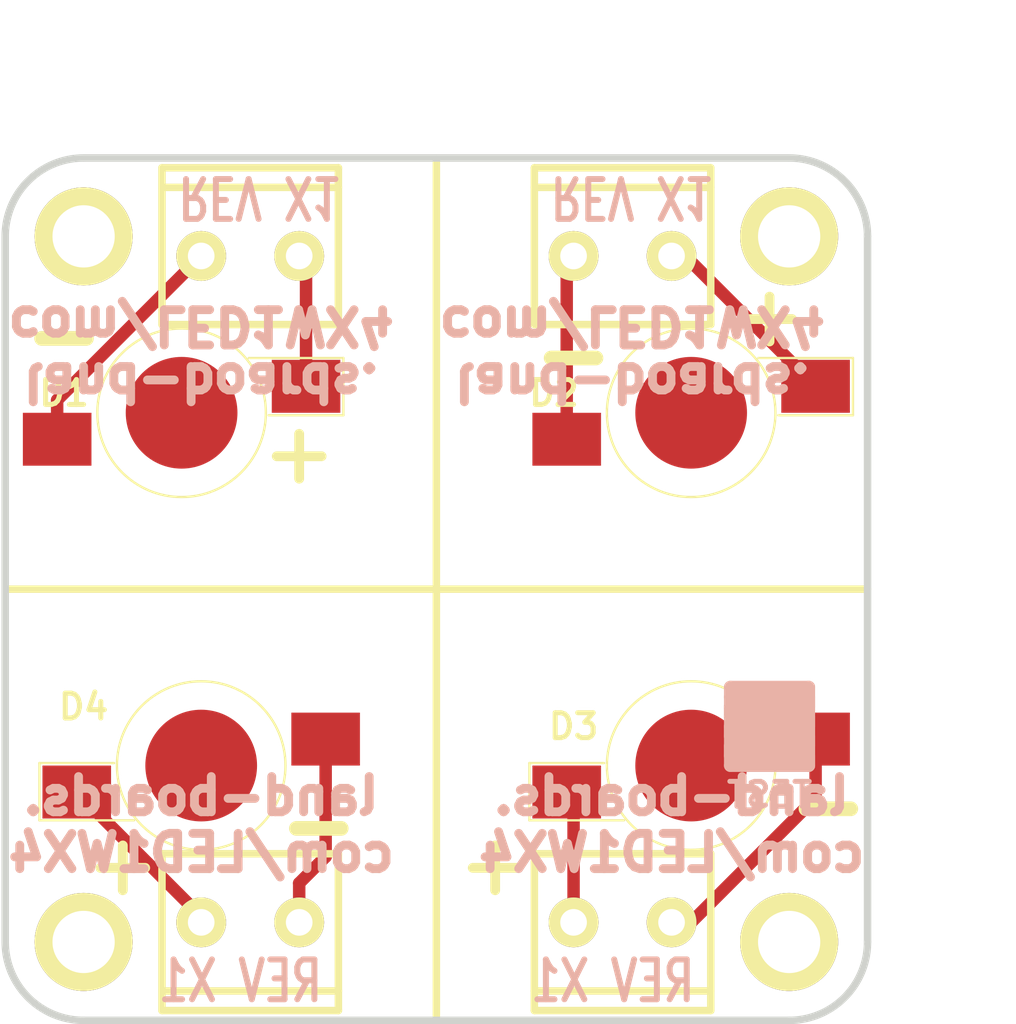
<source format=kicad_pcb>
(kicad_pcb (version 4) (host pcbnew 4.0.5)

  (general
    (links 8)
    (no_connects 0)
    (area 154.282858 72.7488 211.229602 125.207)
    (thickness 1.6002)
    (drawings 28)
    (tracks 18)
    (zones 0)
    (modules 13)
    (nets 9)
  )

  (page A4)
  (layers
    (0 Front signal)
    (31 Back signal)
    (36 B.SilkS user)
    (37 F.SilkS user)
    (38 B.Mask user)
    (39 F.Mask user)
    (40 Dwgs.User user)
    (41 Cmts.User user)
    (44 Edge.Cuts user)
  )

  (setup
    (last_trace_width 0.635)
    (user_trace_width 0.635)
    (trace_clearance 0.254)
    (zone_clearance 0.508)
    (zone_45_only no)
    (trace_min 0.2032)
    (segment_width 0.381)
    (edge_width 0.381)
    (via_size 0.889)
    (via_drill 0.635)
    (via_min_size 0.889)
    (via_min_drill 0.508)
    (uvia_size 0.508)
    (uvia_drill 0.127)
    (uvias_allowed no)
    (uvia_min_size 0.508)
    (uvia_min_drill 0.127)
    (pcb_text_width 0.3048)
    (pcb_text_size 1.524 2.032)
    (mod_edge_width 0.381)
    (mod_text_size 1.27 1.27)
    (mod_text_width 0.254)
    (pad_size 1.6764 1.6764)
    (pad_drill 0.8128)
    (pad_to_mask_clearance 0.254)
    (aux_axis_origin 0 0)
    (visible_elements 7FFFFF7F)
    (pcbplotparams
      (layerselection 0x010f0_80000001)
      (usegerberextensions false)
      (excludeedgelayer true)
      (linewidth 0.150000)
      (plotframeref false)
      (viasonmask false)
      (mode 1)
      (useauxorigin false)
      (hpglpennumber 1)
      (hpglpenspeed 20)
      (hpglpendiameter 15)
      (hpglpenoverlay 0)
      (psnegative false)
      (psa4output false)
      (plotreference true)
      (plotvalue false)
      (plotinvisibletext false)
      (padsonsilk false)
      (subtractmaskfromsilk false)
      (outputformat 1)
      (mirror false)
      (drillshape 0)
      (scaleselection 1)
      (outputdirectory plots/))
  )

  (net 0 "")
  (net 1 /GND1)
  (net 2 /VCC1)
  (net 3 /GND4)
  (net 4 /VCC4)
  (net 5 /GND3)
  (net 6 /VCC3)
  (net 7 /GND2)
  (net 8 /VCC2)

  (net_class Default "This is the default net class."
    (clearance 0.254)
    (trace_width 0.2032)
    (via_dia 0.889)
    (via_drill 0.635)
    (uvia_dia 0.508)
    (uvia_drill 0.127)
    (add_net /GND1)
    (add_net /GND2)
    (add_net /GND3)
    (add_net /GND4)
    (add_net /VCC1)
    (add_net /VCC2)
    (add_net /VCC3)
    (add_net /VCC4)
  )

  (module LED_1W_3W_R8 (layer Front) (tedit 58C577E6) (tstamp 58C4B47C)
    (at 164 93 180)
    (descr https://www.gme.cz/data/attachments/dsh.518-234.1.pdf)
    (tags "LED 1W 3W 5W")
    (path /58C59484)
    (attr smd)
    (fp_text reference D1 (at 6 1 180) (layer F.SilkS)
      (effects (font (size 1.27 1.27) (thickness 0.254)))
    )
    (fp_text value LED (at 0 5.08 180) (layer F.Fab) hide
      (effects (font (size 1 1) (thickness 0.15)))
    )
    (fp_text user %R (at 0 -2.54 180) (layer F.Fab)
      (effects (font (size 1 1) (thickness 0.15)))
    )
    (fp_line (start -2.54 0) (end -1.27 0) (layer F.Fab) (width 0.1))
    (fp_line (start -1.27 -1.27) (end -1.27 1.27) (layer F.Fab) (width 0.1))
    (fp_line (start 1.27 0) (end 2.54 0) (layer F.Fab) (width 0.1))
    (fp_line (start 1.27 1.27) (end 1.27 0) (layer F.Fab) (width 0.1))
    (fp_line (start -1.27 0) (end 1.27 1.27) (layer F.Fab) (width 0.1))
    (fp_line (start 1.27 -1.27) (end 1.27 1.27) (layer F.Fab) (width 0.1))
    (fp_line (start -1.27 0) (end 1.27 -1.27) (layer F.Fab) (width 0.1))
    (fp_arc (start 0 0) (end 4.59 0.45) (angle 131.3332206) (layer F.CrtYd) (width 0.05))
    (fp_arc (start 0 0) (end -4.59 -0.45) (angle 131.3332206) (layer F.CrtYd) (width 0.05))
    (fp_line (start 8.55 0.45) (end 4.59 0.45) (layer F.CrtYd) (width 0.05))
    (fp_line (start 8.55 -3.15) (end 8.55 0.45) (layer F.CrtYd) (width 0.05))
    (fp_line (start 3.37 -3.15) (end 8.55 -3.15) (layer F.CrtYd) (width 0.05))
    (fp_line (start -8.55 3.15) (end -3.37 3.15) (layer F.CrtYd) (width 0.05))
    (fp_line (start -8.55 -0.45) (end -8.55 3.15) (layer F.CrtYd) (width 0.05))
    (fp_line (start -4.59 -0.45) (end -8.55 -0.45) (layer F.CrtYd) (width 0.05))
    (fp_line (start -8.255 2.794) (end -3.429 2.794) (layer F.SilkS) (width 0.12))
    (fp_line (start -8.255 -0.127) (end -8.255 2.794) (layer F.SilkS) (width 0.12))
    (fp_line (start -4.445 -0.127) (end -8.255 -0.127) (layer F.SilkS) (width 0.12))
    (fp_circle (center 0 0) (end -4.3 0) (layer F.SilkS) (width 0.12))
    (fp_line (start 4.318 1.016) (end 5.334 1.016) (layer F.Fab) (width 0.1))
    (fp_line (start -5.334 -1.016) (end -4.318 -1.016) (layer F.Fab) (width 0.1))
    (fp_line (start 4.826 1.524) (end 4.826 0.508) (layer F.Fab) (width 0.1))
    (fp_circle (center 0 0) (end 4.025 0) (layer F.Fab) (width 0.1))
    (pad 2 smd rect (at 6.35 -1.35 180) (size 3.5 2.7) (layers Front F.Mask)
      (net 1 /GND1))
    (pad 1 smd rect (at -6.35 1.35 180) (size 3.5 2.7) (layers Front F.Mask)
      (net 2 /VCC1))
    (pad 3 smd circle (at 0 0 180) (size 5.7 5.7) (layers Front F.Mask))
    (model LEDs.3dshapes/LED_1W_3W_R8.wrl
      (at (xyz 0 0 0))
      (scale (xyz 1 1 1))
      (rotate (xyz 0 0 0))
    )
  )

  (module LandBoards_Marking:TEST_BLK-REAR (layer Front) (tedit 58C56C6F) (tstamp 58C56B88)
    (at 194 109 180)
    (path /58C5CD07)
    (fp_text reference TEST (at 0 -3.5 180) (layer B.SilkS)
      (effects (font (size 1.27 1.27) (thickness 0.254)) (justify mirror))
    )
    (fp_text value COUPON (at 0 4 180) (layer F.SilkS) hide
      (effects (font (thickness 0.3048)))
    )
    (fp_line (start -2 -2) (end 2 -2) (layer B.SilkS) (width 0.65))
    (fp_line (start 2 -2) (end 2 2) (layer B.SilkS) (width 0.65))
    (fp_line (start 2 2) (end -2 2) (layer B.SilkS) (width 0.65))
    (fp_line (start -2 2) (end -2 -2) (layer B.SilkS) (width 0.65))
    (fp_line (start -2 -2) (end -2 -1.5) (layer B.SilkS) (width 0.65))
    (fp_line (start -2 -1.5) (end 2 -1.5) (layer B.SilkS) (width 0.65))
    (fp_line (start 2 -1.5) (end 2 -1) (layer B.SilkS) (width 0.65))
    (fp_line (start 2 -1) (end -2 -1) (layer B.SilkS) (width 0.65))
    (fp_line (start -2 -1) (end -2 -0.5) (layer B.SilkS) (width 0.65))
    (fp_line (start -2 -0.5) (end 2 -0.5) (layer B.SilkS) (width 0.65))
    (fp_line (start 2 -0.5) (end 2 0) (layer B.SilkS) (width 0.65))
    (fp_line (start 2 0) (end -2 0) (layer B.SilkS) (width 0.65))
    (fp_line (start -2 0) (end -2 0.5) (layer B.SilkS) (width 0.65))
    (fp_line (start -2 0.5) (end 1.5 0.5) (layer B.SilkS) (width 0.65))
    (fp_line (start 1.5 0.5) (end 2 0.5) (layer B.SilkS) (width 0.65))
    (fp_line (start 2 0.5) (end 2 1) (layer B.SilkS) (width 0.65))
    (fp_line (start 2 1) (end -2 1) (layer B.SilkS) (width 0.65))
    (fp_line (start -2 1) (end -2 1.5) (layer B.SilkS) (width 0.65))
    (fp_line (start -2 1.5) (end 2 1.5) (layer B.SilkS) (width 0.65))
  )

  (module LED_1W_3W_R8 (layer Front) (tedit 58C5788A) (tstamp 58C5739D)
    (at 190 93 180)
    (descr https://www.gme.cz/data/attachments/dsh.518-234.1.pdf)
    (tags "LED 1W 3W 5W")
    (path /58C57639)
    (attr smd)
    (fp_text reference D2 (at 7 1 180) (layer F.SilkS)
      (effects (font (size 1.27 1.27) (thickness 0.254)))
    )
    (fp_text value LED (at 0 5.08 180) (layer F.Fab) hide
      (effects (font (size 1 1) (thickness 0.15)))
    )
    (fp_text user %R (at 0 -2.54 180) (layer F.Fab)
      (effects (font (size 1 1) (thickness 0.15)))
    )
    (fp_line (start -2.54 0) (end -1.27 0) (layer F.Fab) (width 0.1))
    (fp_line (start -1.27 -1.27) (end -1.27 1.27) (layer F.Fab) (width 0.1))
    (fp_line (start 1.27 0) (end 2.54 0) (layer F.Fab) (width 0.1))
    (fp_line (start 1.27 1.27) (end 1.27 0) (layer F.Fab) (width 0.1))
    (fp_line (start -1.27 0) (end 1.27 1.27) (layer F.Fab) (width 0.1))
    (fp_line (start 1.27 -1.27) (end 1.27 1.27) (layer F.Fab) (width 0.1))
    (fp_line (start -1.27 0) (end 1.27 -1.27) (layer F.Fab) (width 0.1))
    (fp_arc (start 0 0) (end 4.59 0.45) (angle 131.3332206) (layer F.CrtYd) (width 0.05))
    (fp_arc (start 0 0) (end -4.59 -0.45) (angle 131.3332206) (layer F.CrtYd) (width 0.05))
    (fp_line (start 8.55 0.45) (end 4.59 0.45) (layer F.CrtYd) (width 0.05))
    (fp_line (start 8.55 -3.15) (end 8.55 0.45) (layer F.CrtYd) (width 0.05))
    (fp_line (start 3.37 -3.15) (end 8.55 -3.15) (layer F.CrtYd) (width 0.05))
    (fp_line (start -8.55 3.15) (end -3.37 3.15) (layer F.CrtYd) (width 0.05))
    (fp_line (start -8.55 -0.45) (end -8.55 3.15) (layer F.CrtYd) (width 0.05))
    (fp_line (start -4.59 -0.45) (end -8.55 -0.45) (layer F.CrtYd) (width 0.05))
    (fp_line (start -8.255 2.794) (end -3.429 2.794) (layer F.SilkS) (width 0.12))
    (fp_line (start -8.255 -0.127) (end -8.255 2.794) (layer F.SilkS) (width 0.12))
    (fp_line (start -4.445 -0.127) (end -8.255 -0.127) (layer F.SilkS) (width 0.12))
    (fp_circle (center 0 0) (end -4.3 0) (layer F.SilkS) (width 0.12))
    (fp_line (start 4.318 1.016) (end 5.334 1.016) (layer F.Fab) (width 0.1))
    (fp_line (start -5.334 -1.016) (end -4.318 -1.016) (layer F.Fab) (width 0.1))
    (fp_line (start 4.826 1.524) (end 4.826 0.508) (layer F.Fab) (width 0.1))
    (fp_circle (center 0 0) (end 4.025 0) (layer F.Fab) (width 0.1))
    (pad 2 smd rect (at 6.35 -1.35 180) (size 3.5 2.7) (layers Front F.Mask)
      (net 3 /GND4))
    (pad 1 smd rect (at -6.35 1.35 180) (size 3.5 2.7) (layers Front F.Mask)
      (net 4 /VCC4))
    (pad 3 smd circle (at 0 0 180) (size 5.7 5.7) (layers Front F.Mask))
    (model LEDs.3dshapes/LED_1W_3W_R8.wrl
      (at (xyz 0 0 0))
      (scale (xyz 1 1 1))
      (rotate (xyz 0 0 0))
    )
  )

  (module LED_1W_3W_R8 (layer Front) (tedit 58C577D3) (tstamp 58C573BC)
    (at 190 111)
    (descr https://www.gme.cz/data/attachments/dsh.518-234.1.pdf)
    (tags "LED 1W 3W 5W")
    (path /58C57627)
    (attr smd)
    (fp_text reference D3 (at -6 -2) (layer F.SilkS)
      (effects (font (size 1.27 1.27) (thickness 0.254)))
    )
    (fp_text value LED (at 0 5.08) (layer F.Fab) hide
      (effects (font (size 1 1) (thickness 0.15)))
    )
    (fp_text user %R (at 0 -2.54) (layer F.Fab)
      (effects (font (size 1 1) (thickness 0.15)))
    )
    (fp_line (start -2.54 0) (end -1.27 0) (layer F.Fab) (width 0.1))
    (fp_line (start -1.27 -1.27) (end -1.27 1.27) (layer F.Fab) (width 0.1))
    (fp_line (start 1.27 0) (end 2.54 0) (layer F.Fab) (width 0.1))
    (fp_line (start 1.27 1.27) (end 1.27 0) (layer F.Fab) (width 0.1))
    (fp_line (start -1.27 0) (end 1.27 1.27) (layer F.Fab) (width 0.1))
    (fp_line (start 1.27 -1.27) (end 1.27 1.27) (layer F.Fab) (width 0.1))
    (fp_line (start -1.27 0) (end 1.27 -1.27) (layer F.Fab) (width 0.1))
    (fp_arc (start 0 0) (end 4.59 0.45) (angle 131.3332206) (layer F.CrtYd) (width 0.05))
    (fp_arc (start 0 0) (end -4.59 -0.45) (angle 131.3332206) (layer F.CrtYd) (width 0.05))
    (fp_line (start 8.55 0.45) (end 4.59 0.45) (layer F.CrtYd) (width 0.05))
    (fp_line (start 8.55 -3.15) (end 8.55 0.45) (layer F.CrtYd) (width 0.05))
    (fp_line (start 3.37 -3.15) (end 8.55 -3.15) (layer F.CrtYd) (width 0.05))
    (fp_line (start -8.55 3.15) (end -3.37 3.15) (layer F.CrtYd) (width 0.05))
    (fp_line (start -8.55 -0.45) (end -8.55 3.15) (layer F.CrtYd) (width 0.05))
    (fp_line (start -4.59 -0.45) (end -8.55 -0.45) (layer F.CrtYd) (width 0.05))
    (fp_line (start -8.255 2.794) (end -3.429 2.794) (layer F.SilkS) (width 0.12))
    (fp_line (start -8.255 -0.127) (end -8.255 2.794) (layer F.SilkS) (width 0.12))
    (fp_line (start -4.445 -0.127) (end -8.255 -0.127) (layer F.SilkS) (width 0.12))
    (fp_circle (center 0 0) (end -4.3 0) (layer F.SilkS) (width 0.12))
    (fp_line (start 4.318 1.016) (end 5.334 1.016) (layer F.Fab) (width 0.1))
    (fp_line (start -5.334 -1.016) (end -4.318 -1.016) (layer F.Fab) (width 0.1))
    (fp_line (start 4.826 1.524) (end 4.826 0.508) (layer F.Fab) (width 0.1))
    (fp_circle (center 0 0) (end 4.025 0) (layer F.Fab) (width 0.1))
    (pad 2 smd rect (at 6.35 -1.35) (size 3.5 2.7) (layers Front F.Mask)
      (net 5 /GND3))
    (pad 1 smd rect (at -6.35 1.35) (size 3.5 2.7) (layers Front F.Mask)
      (net 6 /VCC3))
    (pad 3 smd circle (at 0 0) (size 5.7 5.7) (layers Front F.Mask))
    (model LEDs.3dshapes/LED_1W_3W_R8.wrl
      (at (xyz 0 0 0))
      (scale (xyz 1 1 1))
      (rotate (xyz 0 0 0))
    )
  )

  (module LED_1W_3W_R8 (layer Front) (tedit 58C577D7) (tstamp 58C573DB)
    (at 165 111)
    (descr https://www.gme.cz/data/attachments/dsh.518-234.1.pdf)
    (tags "LED 1W 3W 5W")
    (path /58C5753F)
    (attr smd)
    (fp_text reference D4 (at -6 -3) (layer F.SilkS)
      (effects (font (size 1.27 1.27) (thickness 0.254)))
    )
    (fp_text value LED (at 0 5.08) (layer F.Fab) hide
      (effects (font (size 1 1) (thickness 0.15)))
    )
    (fp_text user %R (at 0 -2.54) (layer F.Fab)
      (effects (font (size 1 1) (thickness 0.15)))
    )
    (fp_line (start -2.54 0) (end -1.27 0) (layer F.Fab) (width 0.1))
    (fp_line (start -1.27 -1.27) (end -1.27 1.27) (layer F.Fab) (width 0.1))
    (fp_line (start 1.27 0) (end 2.54 0) (layer F.Fab) (width 0.1))
    (fp_line (start 1.27 1.27) (end 1.27 0) (layer F.Fab) (width 0.1))
    (fp_line (start -1.27 0) (end 1.27 1.27) (layer F.Fab) (width 0.1))
    (fp_line (start 1.27 -1.27) (end 1.27 1.27) (layer F.Fab) (width 0.1))
    (fp_line (start -1.27 0) (end 1.27 -1.27) (layer F.Fab) (width 0.1))
    (fp_arc (start 0 0) (end 4.59 0.45) (angle 131.3332206) (layer F.CrtYd) (width 0.05))
    (fp_arc (start 0 0) (end -4.59 -0.45) (angle 131.3332206) (layer F.CrtYd) (width 0.05))
    (fp_line (start 8.55 0.45) (end 4.59 0.45) (layer F.CrtYd) (width 0.05))
    (fp_line (start 8.55 -3.15) (end 8.55 0.45) (layer F.CrtYd) (width 0.05))
    (fp_line (start 3.37 -3.15) (end 8.55 -3.15) (layer F.CrtYd) (width 0.05))
    (fp_line (start -8.55 3.15) (end -3.37 3.15) (layer F.CrtYd) (width 0.05))
    (fp_line (start -8.55 -0.45) (end -8.55 3.15) (layer F.CrtYd) (width 0.05))
    (fp_line (start -4.59 -0.45) (end -8.55 -0.45) (layer F.CrtYd) (width 0.05))
    (fp_line (start -8.255 2.794) (end -3.429 2.794) (layer F.SilkS) (width 0.12))
    (fp_line (start -8.255 -0.127) (end -8.255 2.794) (layer F.SilkS) (width 0.12))
    (fp_line (start -4.445 -0.127) (end -8.255 -0.127) (layer F.SilkS) (width 0.12))
    (fp_circle (center 0 0) (end -4.3 0) (layer F.SilkS) (width 0.12))
    (fp_line (start 4.318 1.016) (end 5.334 1.016) (layer F.Fab) (width 0.1))
    (fp_line (start -5.334 -1.016) (end -4.318 -1.016) (layer F.Fab) (width 0.1))
    (fp_line (start 4.826 1.524) (end 4.826 0.508) (layer F.Fab) (width 0.1))
    (fp_circle (center 0 0) (end 4.025 0) (layer F.Fab) (width 0.1))
    (pad 2 smd rect (at 6.35 -1.35) (size 3.5 2.7) (layers Front F.Mask)
      (net 7 /GND2))
    (pad 1 smd rect (at -6.35 1.35) (size 3.5 2.7) (layers Front F.Mask)
      (net 8 /VCC2))
    (pad 3 smd circle (at 0 0) (size 5.7 5.7) (layers Front F.Mask))
    (model LEDs.3dshapes/LED_1W_3W_R8.wrl
      (at (xyz 0 0 0))
      (scale (xyz 1 1 1))
      (rotate (xyz 0 0 0))
    )
  )

  (module LandBoards_MountHoles:MTG-4-40-SMALL (layer Front) (tedit 51830113) (tstamp 58C5819E)
    (at 159 120)
    (path /58C57403)
    (fp_text reference MTG2 (at -1.27 3.81) (layer F.SilkS) hide
      (effects (font (size 1.27 1.27) (thickness 0.254)))
    )
    (fp_text value CONN_1 (at 0 -3.81) (layer F.SilkS) hide
      (effects (font (thickness 0.3048)))
    )
    (pad 1 thru_hole circle (at 0 0) (size 5 5) (drill 3.175) (layers *.Cu *.Mask F.SilkS))
  )

  (module LandBoards_MountHoles:MTG-4-40-SMALL (layer Front) (tedit 51830113) (tstamp 58C581A3)
    (at 195 84)
    (path /58C573FC)
    (fp_text reference MTG3 (at -1.27 3.81) (layer F.SilkS) hide
      (effects (font (size 1.27 1.27) (thickness 0.254)))
    )
    (fp_text value CONN_1 (at 0 -3.81) (layer F.SilkS) hide
      (effects (font (thickness 0.3048)))
    )
    (pad 1 thru_hole circle (at 0 0) (size 5 5) (drill 3.175) (layers *.Cu *.Mask F.SilkS))
  )

  (module LandBoards_MountHoles:MTG-4-40-SMALL (layer Front) (tedit 51830113) (tstamp 58C581A8)
    (at 195 120)
    (path /58C5736D)
    (fp_text reference MTG4 (at -1.27 3.81) (layer F.SilkS) hide
      (effects (font (size 1.27 1.27) (thickness 0.254)))
    )
    (fp_text value CONN_1 (at 0 -3.81) (layer F.SilkS) hide
      (effects (font (thickness 0.3048)))
    )
    (pad 1 thru_hole circle (at 0 0) (size 5 5) (drill 3.175) (layers *.Cu *.Mask F.SilkS))
  )

  (module LandBoards_Conns:TB2-5MM (layer Front) (tedit 58C57838) (tstamp 58C581B3)
    (at 184 85)
    (path /58C57633)
    (fp_text reference P2 (at -3.556 2.286) (layer F.SilkS) hide
      (effects (font (size 1.27 1.27) (thickness 0.254)))
    )
    (fp_text value CONN_2 (at 2 5) (layer F.SilkS) hide
      (effects (font (thickness 0.3048)))
    )
    (fp_line (start -2 -4.5) (end -2 3.5) (layer F.SilkS) (width 0.381))
    (fp_line (start 7 -4.5) (end 7 3.5) (layer F.SilkS) (width 0.381))
    (fp_line (start -2 3.5) (end 7 3.5) (layer F.SilkS) (width 0.381))
    (fp_line (start -2 -3.5) (end 7 -3.5) (layer F.SilkS) (width 0.381))
    (fp_line (start -2 -4.5) (end 7 -4.5) (layer F.SilkS) (width 0.381))
    (pad 1 thru_hole circle (at 0 0) (size 2.54 2.54) (drill 1.3589) (layers *.Cu *.Mask F.SilkS)
      (net 3 /GND4))
    (pad 2 thru_hole circle (at 5 0) (size 2.54 2.54) (drill 1.3589) (layers *.Cu *.Mask F.SilkS)
      (net 4 /VCC4))
  )

  (module LandBoards_Conns:TB2-5MM (layer Front) (tedit 58C57829) (tstamp 58C581BE)
    (at 189 119 180)
    (path /58C57621)
    (fp_text reference P3 (at -3.556 2.286 180) (layer F.SilkS) hide
      (effects (font (size 1.27 1.27) (thickness 0.254)))
    )
    (fp_text value CONN_2 (at 2 5 180) (layer F.SilkS) hide
      (effects (font (thickness 0.3048)))
    )
    (fp_line (start -2 -4.5) (end -2 3.5) (layer F.SilkS) (width 0.381))
    (fp_line (start 7 -4.5) (end 7 3.5) (layer F.SilkS) (width 0.381))
    (fp_line (start -2 3.5) (end 7 3.5) (layer F.SilkS) (width 0.381))
    (fp_line (start -2 -3.5) (end 7 -3.5) (layer F.SilkS) (width 0.381))
    (fp_line (start -2 -4.5) (end 7 -4.5) (layer F.SilkS) (width 0.381))
    (pad 1 thru_hole circle (at 0 0 180) (size 2.54 2.54) (drill 1.3589) (layers *.Cu *.Mask F.SilkS)
      (net 5 /GND3))
    (pad 2 thru_hole circle (at 5 0 180) (size 2.54 2.54) (drill 1.3589) (layers *.Cu *.Mask F.SilkS)
      (net 6 /VCC3))
  )

  (module LandBoards_Conns:TB2-5MM (layer Front) (tedit 58C57822) (tstamp 58C581C9)
    (at 170 119 180)
    (path /58C57539)
    (fp_text reference P4 (at -3 2 180) (layer F.SilkS) hide
      (effects (font (size 1.27 1.27) (thickness 0.254)))
    )
    (fp_text value CONN_2 (at 2 5 180) (layer F.SilkS) hide
      (effects (font (thickness 0.3048)))
    )
    (fp_line (start -2 -4.5) (end -2 3.5) (layer F.SilkS) (width 0.381))
    (fp_line (start 7 -4.5) (end 7 3.5) (layer F.SilkS) (width 0.381))
    (fp_line (start -2 3.5) (end 7 3.5) (layer F.SilkS) (width 0.381))
    (fp_line (start -2 -3.5) (end 7 -3.5) (layer F.SilkS) (width 0.381))
    (fp_line (start -2 -4.5) (end 7 -4.5) (layer F.SilkS) (width 0.381))
    (pad 1 thru_hole circle (at 0 0 180) (size 2.54 2.54) (drill 1.3589) (layers *.Cu *.Mask F.SilkS)
      (net 7 /GND2))
    (pad 2 thru_hole circle (at 5 0 180) (size 2.54 2.54) (drill 1.3589) (layers *.Cu *.Mask F.SilkS)
      (net 8 /VCC2))
  )

  (module LandBoards_MountHoles:MTG-4-40-SMALL (layer Front) (tedit 51830113) (tstamp 58C583D4)
    (at 159 84)
    (path /50D9D6EF)
    (fp_text reference MTG1 (at -1.27 3.81) (layer F.SilkS) hide
      (effects (font (size 1.27 1.27) (thickness 0.254)))
    )
    (fp_text value CONN_1 (at 0 -3.81) (layer F.SilkS) hide
      (effects (font (thickness 0.3048)))
    )
    (pad 1 thru_hole circle (at 0 0) (size 5 5) (drill 3.175) (layers *.Cu *.Mask F.SilkS))
  )

  (module LandBoards_Conns:TB2-5MM (layer Front) (tedit 58C57833) (tstamp 58C583D8)
    (at 165 85)
    (path /50D9CFE0)
    (fp_text reference P1 (at -3.556 2.286) (layer F.SilkS) hide
      (effects (font (size 1.27 1.27) (thickness 0.254)))
    )
    (fp_text value CONN_2 (at 2 5) (layer F.SilkS) hide
      (effects (font (thickness 0.3048)))
    )
    (fp_line (start -2 -4.5) (end -2 3.5) (layer F.SilkS) (width 0.381))
    (fp_line (start 7 -4.5) (end 7 3.5) (layer F.SilkS) (width 0.381))
    (fp_line (start -2 3.5) (end 7 3.5) (layer F.SilkS) (width 0.381))
    (fp_line (start -2 -3.5) (end 7 -3.5) (layer F.SilkS) (width 0.381))
    (fp_line (start -2 -4.5) (end 7 -4.5) (layer F.SilkS) (width 0.381))
    (pad 1 thru_hole circle (at 0 0) (size 2.54 2.54) (drill 1.3589) (layers *.Cu *.Mask F.SilkS)
      (net 1 /GND1))
    (pad 2 thru_hole circle (at 5 0) (size 2.54 2.54) (drill 1.3589) (layers *.Cu *.Mask F.SilkS)
      (net 2 /VCC1))
  )

  (gr_text + (at 180 116) (layer F.SilkS)
    (effects (font (size 3 3) (thickness 0.5)))
  )
  (gr_text - (at 197 113) (layer F.SilkS)
    (effects (font (size 3 3) (thickness 0.75)))
  )
  (gr_line (start 177 124) (end 177 80) (angle 90) (layer F.SilkS) (width 0.381))
  (gr_line (start 155 102) (end 199 102) (angle 90) (layer F.SilkS) (width 0.381))
  (dimension 44 (width 0.3048) (layer Dwgs.User)
    (gr_text "44.000 mm" (at 204.6256 102 270) (layer Dwgs.User)
      (effects (font (size 2.032 1.524) (thickness 0.3048)))
    )
    (feature1 (pts (xy 195 124) (xy 206.2512 124)))
    (feature2 (pts (xy 195 80) (xy 206.2512 80)))
    (crossbar (pts (xy 203 80) (xy 203 124)))
    (arrow1a (pts (xy 203 124) (xy 202.413579 122.873496)))
    (arrow1b (pts (xy 203 124) (xy 203.586421 122.873496)))
    (arrow2a (pts (xy 203 80) (xy 202.413579 81.126504)))
    (arrow2b (pts (xy 203 80) (xy 203.586421 81.126504)))
  )
  (dimension 44 (width 0.3048) (layer Dwgs.User)
    (gr_text "44.000 mm" (at 177 74.3744) (layer Dwgs.User)
      (effects (font (size 2.032 1.524) (thickness 0.3048)))
    )
    (feature1 (pts (xy 199 84) (xy 199 72.7488)))
    (feature2 (pts (xy 155 84) (xy 155 72.7488)))
    (crossbar (pts (xy 155 76) (xy 199 76)))
    (arrow1a (pts (xy 199 76) (xy 197.873496 76.586421)))
    (arrow1b (pts (xy 199 76) (xy 197.873496 75.413579)))
    (arrow2a (pts (xy 155 76) (xy 156.126504 76.586421)))
    (arrow2b (pts (xy 155 76) (xy 156.126504 75.413579)))
  )
  (gr_text "REV X1" (at 186 122) (layer B.SilkS)
    (effects (font (size 2.032 1.524) (thickness 0.3048)) (justify mirror))
  )
  (gr_text "land-boards.\ncom/LED1WX4" (at 189 114) (layer B.SilkS)
    (effects (font (size 1.8 1.8) (thickness 0.45)) (justify mirror))
  )
  (gr_text "REV X1" (at 187 82 180) (layer B.SilkS)
    (effects (font (size 2.032 1.524) (thickness 0.3048)) (justify mirror))
  )
  (gr_text "REV X1" (at 167 122) (layer B.SilkS)
    (effects (font (size 2.032 1.524) (thickness 0.3048)) (justify mirror))
  )
  (gr_line (start 155 120) (end 155 84) (angle 90) (layer Edge.Cuts) (width 0.381))
  (gr_line (start 195 124) (end 159 124) (angle 90) (layer Edge.Cuts) (width 0.381))
  (gr_line (start 199 84) (end 199 120) (angle 90) (layer Edge.Cuts) (width 0.381))
  (gr_line (start 159 80) (end 195 80) (angle 90) (layer Edge.Cuts) (width 0.381))
  (gr_text "land-boards.\ncom/LED1WX4" (at 165 114) (layer B.SilkS)
    (effects (font (size 1.8 1.8) (thickness 0.45)) (justify mirror))
  )
  (gr_text "land-boards.\ncom/LED1WX4" (at 187 90 180) (layer B.SilkS)
    (effects (font (size 1.8 1.8) (thickness 0.45)) (justify mirror))
  )
  (gr_text - (at 171 114) (layer F.SilkS)
    (effects (font (size 3 3) (thickness 0.75)))
  )
  (gr_text + (at 161 116) (layer F.SilkS)
    (effects (font (size 3 3) (thickness 0.5)))
  )
  (gr_text + (at 194 88) (layer F.SilkS)
    (effects (font (size 3 3) (thickness 0.5)))
  )
  (gr_text - (at 184 90) (layer F.SilkS)
    (effects (font (size 3 3) (thickness 0.75)))
  )
  (gr_text + (at 170 95) (layer F.SilkS)
    (effects (font (size 3 3) (thickness 0.5)))
  )
  (gr_text - (at 158 89) (layer F.SilkS)
    (effects (font (size 3 3) (thickness 0.75)))
  )
  (gr_text "REV X1" (at 168 82 180) (layer B.SilkS)
    (effects (font (size 2.032 1.524) (thickness 0.3048)) (justify mirror))
  )
  (gr_arc (start 159 120) (end 159 124) (angle 90) (layer Edge.Cuts) (width 0.381))
  (gr_arc (start 195 120) (end 199 120) (angle 90) (layer Edge.Cuts) (width 0.381))
  (gr_arc (start 195 84) (end 195 80) (angle 90) (layer Edge.Cuts) (width 0.381))
  (gr_arc (start 159 84) (end 155 84) (angle 90) (layer Edge.Cuts) (width 0.381))
  (gr_text "land-boards.\ncom/LED1WX4" (at 165 90 180) (layer B.SilkS)
    (effects (font (size 1.8 1.8) (thickness 0.45)) (justify mirror))
  )

  (segment (start 157.65 94.35) (end 157.65 92.35) (width 0.635) (layer Front) (net 1) (status 400000))
  (segment (start 157.65 92.35) (end 165 85) (width 0.635) (layer Front) (net 1) (tstamp 58C587BA) (status 800000))
  (segment (start 170.35 91.65) (end 170.35 85.35) (width 0.635) (layer Front) (net 2) (status C00000))
  (segment (start 170.35 85.35) (end 170 85) (width 0.635) (layer Front) (net 2) (tstamp 58C587BE) (status C00000))
  (segment (start 183.65 94.35) (end 183.65 85.35) (width 0.635) (layer Front) (net 3) (status C00000))
  (segment (start 183.65 85.35) (end 184 85) (width 0.635) (layer Front) (net 3) (tstamp 58C587BC) (status C00000))
  (segment (start 189 85) (end 189.7 85) (width 0.635) (layer Front) (net 4) (status C00000))
  (segment (start 189.7 85) (end 196.35 91.65) (width 0.635) (layer Front) (net 4) (tstamp 58C587C0) (status C00000))
  (segment (start 189 119) (end 190 119) (width 0.635) (layer Front) (net 5) (status C00000))
  (segment (start 190 119) (end 196.35 112.65) (width 0.635) (layer Front) (net 5) (tstamp 58C587C9) (status 400000))
  (segment (start 196.35 112.65) (end 196.35 109.65) (width 0.635) (layer Front) (net 5) (tstamp 58C587CA) (status 800000))
  (segment (start 184 119) (end 184 112.7) (width 0.635) (layer Front) (net 6) (status C00000))
  (segment (start 184 112.7) (end 183.65 112.35) (width 0.635) (layer Front) (net 6) (tstamp 58C587C7) (status C00000))
  (segment (start 170 119) (end 170 117) (width 0.635) (layer Front) (net 7) (status 400000))
  (segment (start 171.35 115.65) (end 171.35 109.65) (width 0.635) (layer Front) (net 7) (tstamp 58C587C5) (status 800000))
  (segment (start 170 117) (end 171.35 115.65) (width 0.635) (layer Front) (net 7) (tstamp 58C587C4))
  (segment (start 165 119) (end 165 118.7) (width 0.635) (layer Front) (net 8) (status C00000))
  (segment (start 165 118.7) (end 158.65 112.35) (width 0.635) (layer Front) (net 8) (tstamp 58C587C2) (status C00000))

)

</source>
